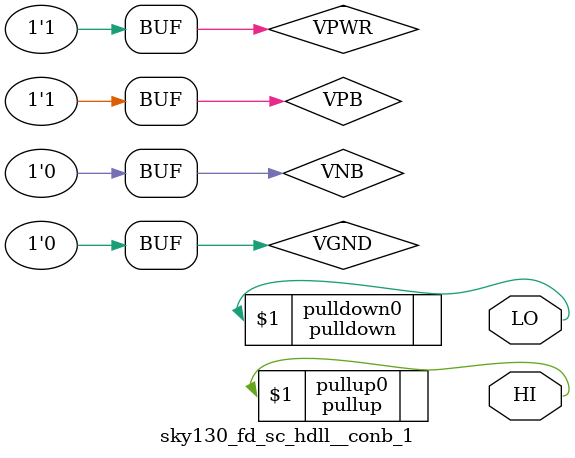
<source format=v>
/*
 * Copyright 2020 The SkyWater PDK Authors
 *
 * Licensed under the Apache License, Version 2.0 (the "License");
 * you may not use this file except in compliance with the License.
 * You may obtain a copy of the License at
 *
 *     https://www.apache.org/licenses/LICENSE-2.0
 *
 * Unless required by applicable law or agreed to in writing, software
 * distributed under the License is distributed on an "AS IS" BASIS,
 * WITHOUT WARRANTIES OR CONDITIONS OF ANY KIND, either express or implied.
 * See the License for the specific language governing permissions and
 * limitations under the License.
 *
 * SPDX-License-Identifier: Apache-2.0
*/


`ifndef SKY130_FD_SC_HDLL__CONB_1_TIMING_V
`define SKY130_FD_SC_HDLL__CONB_1_TIMING_V

/**
 * conb: Constant value, low, high outputs.
 *
 * Verilog simulation timing model.
 */

`timescale 1ns / 1ps
`default_nettype none

`celldefine
module sky130_fd_sc_hdll__conb_1 (
    HI,
    LO
);

    // Module ports
    output HI;
    output LO;

    // Module supplies
    supply1 VPWR;
    supply0 VGND;
    supply1 VPB ;
    supply0 VNB ;

    //       Name       Output
    pullup   pullup0   (HI    );
    pulldown pulldown0 (LO    );

endmodule
`endcelldefine

`default_nettype wire
`endif  // SKY130_FD_SC_HDLL__CONB_1_TIMING_V

</source>
